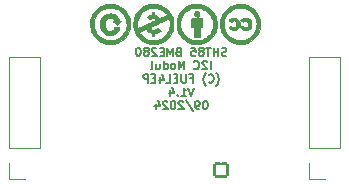
<source format=gbr>
%TF.GenerationSoftware,KiCad,Pcbnew,8.0.5-8.0.5-0~ubuntu22.04.1*%
%TF.CreationDate,2024-09-30T10:34:09+02:00*%
%TF.ProjectId,I2C_Module_SHT85_BME280_FUEL4EP,4932435f-4d6f-4647-956c-655f53485438,V1.4*%
%TF.SameCoordinates,Original*%
%TF.FileFunction,Legend,Bot*%
%TF.FilePolarity,Positive*%
%FSLAX46Y46*%
G04 Gerber Fmt 4.6, Leading zero omitted, Abs format (unit mm)*
G04 Created by KiCad (PCBNEW 8.0.5-8.0.5-0~ubuntu22.04.1) date 2024-09-30 10:34:09*
%MOMM*%
%LPD*%
G01*
G04 APERTURE LIST*
G04 Aperture macros list*
%AMRoundRect*
0 Rectangle with rounded corners*
0 $1 Rounding radius*
0 $2 $3 $4 $5 $6 $7 $8 $9 X,Y pos of 4 corners*
0 Add a 4 corners polygon primitive as box body*
4,1,4,$2,$3,$4,$5,$6,$7,$8,$9,$2,$3,0*
0 Add four circle primitives for the rounded corners*
1,1,$1+$1,$2,$3*
1,1,$1+$1,$4,$5*
1,1,$1+$1,$6,$7*
1,1,$1+$1,$8,$9*
0 Add four rect primitives between the rounded corners*
20,1,$1+$1,$2,$3,$4,$5,0*
20,1,$1+$1,$4,$5,$6,$7,0*
20,1,$1+$1,$6,$7,$8,$9,0*
20,1,$1+$1,$8,$9,$2,$3,0*%
G04 Aperture macros list end*
%ADD10C,0.152400*%
%ADD11C,0.120000*%
%ADD12C,0.010000*%
%ADD13RoundRect,0.102000X0.550000X-0.550000X0.550000X0.550000X-0.550000X0.550000X-0.550000X-0.550000X0*%
%ADD14C,1.304000*%
%ADD15R,1.700000X1.700000*%
%ADD16O,1.700000X1.700000*%
G04 APERTURE END LIST*
D10*
X19581333Y11115347D02*
X19481333Y11082013D01*
X19481333Y11082013D02*
X19314667Y11082013D01*
X19314667Y11082013D02*
X19248000Y11115347D01*
X19248000Y11115347D02*
X19214667Y11148680D01*
X19214667Y11148680D02*
X19181333Y11215347D01*
X19181333Y11215347D02*
X19181333Y11282013D01*
X19181333Y11282013D02*
X19214667Y11348680D01*
X19214667Y11348680D02*
X19248000Y11382013D01*
X19248000Y11382013D02*
X19314667Y11415347D01*
X19314667Y11415347D02*
X19448000Y11448680D01*
X19448000Y11448680D02*
X19514667Y11482013D01*
X19514667Y11482013D02*
X19548000Y11515347D01*
X19548000Y11515347D02*
X19581333Y11582013D01*
X19581333Y11582013D02*
X19581333Y11648680D01*
X19581333Y11648680D02*
X19548000Y11715347D01*
X19548000Y11715347D02*
X19514667Y11748680D01*
X19514667Y11748680D02*
X19448000Y11782013D01*
X19448000Y11782013D02*
X19281333Y11782013D01*
X19281333Y11782013D02*
X19181333Y11748680D01*
X18881333Y11082013D02*
X18881333Y11782013D01*
X18881333Y11448680D02*
X18481333Y11448680D01*
X18481333Y11082013D02*
X18481333Y11782013D01*
X18248000Y11782013D02*
X17848000Y11782013D01*
X18048000Y11082013D02*
X18048000Y11782013D01*
X17514667Y11482013D02*
X17581334Y11515347D01*
X17581334Y11515347D02*
X17614667Y11548680D01*
X17614667Y11548680D02*
X17648000Y11615347D01*
X17648000Y11615347D02*
X17648000Y11648680D01*
X17648000Y11648680D02*
X17614667Y11715347D01*
X17614667Y11715347D02*
X17581334Y11748680D01*
X17581334Y11748680D02*
X17514667Y11782013D01*
X17514667Y11782013D02*
X17381334Y11782013D01*
X17381334Y11782013D02*
X17314667Y11748680D01*
X17314667Y11748680D02*
X17281334Y11715347D01*
X17281334Y11715347D02*
X17248000Y11648680D01*
X17248000Y11648680D02*
X17248000Y11615347D01*
X17248000Y11615347D02*
X17281334Y11548680D01*
X17281334Y11548680D02*
X17314667Y11515347D01*
X17314667Y11515347D02*
X17381334Y11482013D01*
X17381334Y11482013D02*
X17514667Y11482013D01*
X17514667Y11482013D02*
X17581334Y11448680D01*
X17581334Y11448680D02*
X17614667Y11415347D01*
X17614667Y11415347D02*
X17648000Y11348680D01*
X17648000Y11348680D02*
X17648000Y11215347D01*
X17648000Y11215347D02*
X17614667Y11148680D01*
X17614667Y11148680D02*
X17581334Y11115347D01*
X17581334Y11115347D02*
X17514667Y11082013D01*
X17514667Y11082013D02*
X17381334Y11082013D01*
X17381334Y11082013D02*
X17314667Y11115347D01*
X17314667Y11115347D02*
X17281334Y11148680D01*
X17281334Y11148680D02*
X17248000Y11215347D01*
X17248000Y11215347D02*
X17248000Y11348680D01*
X17248000Y11348680D02*
X17281334Y11415347D01*
X17281334Y11415347D02*
X17314667Y11448680D01*
X17314667Y11448680D02*
X17381334Y11482013D01*
X16614667Y11782013D02*
X16948000Y11782013D01*
X16948000Y11782013D02*
X16981333Y11448680D01*
X16981333Y11448680D02*
X16948000Y11482013D01*
X16948000Y11482013D02*
X16881333Y11515347D01*
X16881333Y11515347D02*
X16714667Y11515347D01*
X16714667Y11515347D02*
X16648000Y11482013D01*
X16648000Y11482013D02*
X16614667Y11448680D01*
X16614667Y11448680D02*
X16581333Y11382013D01*
X16581333Y11382013D02*
X16581333Y11215347D01*
X16581333Y11215347D02*
X16614667Y11148680D01*
X16614667Y11148680D02*
X16648000Y11115347D01*
X16648000Y11115347D02*
X16714667Y11082013D01*
X16714667Y11082013D02*
X16881333Y11082013D01*
X16881333Y11082013D02*
X16948000Y11115347D01*
X16948000Y11115347D02*
X16981333Y11148680D01*
X15514667Y11448680D02*
X15414667Y11415347D01*
X15414667Y11415347D02*
X15381333Y11382013D01*
X15381333Y11382013D02*
X15348000Y11315347D01*
X15348000Y11315347D02*
X15348000Y11215347D01*
X15348000Y11215347D02*
X15381333Y11148680D01*
X15381333Y11148680D02*
X15414667Y11115347D01*
X15414667Y11115347D02*
X15481333Y11082013D01*
X15481333Y11082013D02*
X15748000Y11082013D01*
X15748000Y11082013D02*
X15748000Y11782013D01*
X15748000Y11782013D02*
X15514667Y11782013D01*
X15514667Y11782013D02*
X15448000Y11748680D01*
X15448000Y11748680D02*
X15414667Y11715347D01*
X15414667Y11715347D02*
X15381333Y11648680D01*
X15381333Y11648680D02*
X15381333Y11582013D01*
X15381333Y11582013D02*
X15414667Y11515347D01*
X15414667Y11515347D02*
X15448000Y11482013D01*
X15448000Y11482013D02*
X15514667Y11448680D01*
X15514667Y11448680D02*
X15748000Y11448680D01*
X15048000Y11082013D02*
X15048000Y11782013D01*
X15048000Y11782013D02*
X14814667Y11282013D01*
X14814667Y11282013D02*
X14581333Y11782013D01*
X14581333Y11782013D02*
X14581333Y11082013D01*
X14248000Y11448680D02*
X14014667Y11448680D01*
X13914667Y11082013D02*
X14248000Y11082013D01*
X14248000Y11082013D02*
X14248000Y11782013D01*
X14248000Y11782013D02*
X13914667Y11782013D01*
X13648000Y11715347D02*
X13614667Y11748680D01*
X13614667Y11748680D02*
X13548000Y11782013D01*
X13548000Y11782013D02*
X13381334Y11782013D01*
X13381334Y11782013D02*
X13314667Y11748680D01*
X13314667Y11748680D02*
X13281334Y11715347D01*
X13281334Y11715347D02*
X13248000Y11648680D01*
X13248000Y11648680D02*
X13248000Y11582013D01*
X13248000Y11582013D02*
X13281334Y11482013D01*
X13281334Y11482013D02*
X13681334Y11082013D01*
X13681334Y11082013D02*
X13248000Y11082013D01*
X12848000Y11482013D02*
X12914667Y11515347D01*
X12914667Y11515347D02*
X12948000Y11548680D01*
X12948000Y11548680D02*
X12981333Y11615347D01*
X12981333Y11615347D02*
X12981333Y11648680D01*
X12981333Y11648680D02*
X12948000Y11715347D01*
X12948000Y11715347D02*
X12914667Y11748680D01*
X12914667Y11748680D02*
X12848000Y11782013D01*
X12848000Y11782013D02*
X12714667Y11782013D01*
X12714667Y11782013D02*
X12648000Y11748680D01*
X12648000Y11748680D02*
X12614667Y11715347D01*
X12614667Y11715347D02*
X12581333Y11648680D01*
X12581333Y11648680D02*
X12581333Y11615347D01*
X12581333Y11615347D02*
X12614667Y11548680D01*
X12614667Y11548680D02*
X12648000Y11515347D01*
X12648000Y11515347D02*
X12714667Y11482013D01*
X12714667Y11482013D02*
X12848000Y11482013D01*
X12848000Y11482013D02*
X12914667Y11448680D01*
X12914667Y11448680D02*
X12948000Y11415347D01*
X12948000Y11415347D02*
X12981333Y11348680D01*
X12981333Y11348680D02*
X12981333Y11215347D01*
X12981333Y11215347D02*
X12948000Y11148680D01*
X12948000Y11148680D02*
X12914667Y11115347D01*
X12914667Y11115347D02*
X12848000Y11082013D01*
X12848000Y11082013D02*
X12714667Y11082013D01*
X12714667Y11082013D02*
X12648000Y11115347D01*
X12648000Y11115347D02*
X12614667Y11148680D01*
X12614667Y11148680D02*
X12581333Y11215347D01*
X12581333Y11215347D02*
X12581333Y11348680D01*
X12581333Y11348680D02*
X12614667Y11415347D01*
X12614667Y11415347D02*
X12648000Y11448680D01*
X12648000Y11448680D02*
X12714667Y11482013D01*
X12148000Y11782013D02*
X12081333Y11782013D01*
X12081333Y11782013D02*
X12014666Y11748680D01*
X12014666Y11748680D02*
X11981333Y11715347D01*
X11981333Y11715347D02*
X11948000Y11648680D01*
X11948000Y11648680D02*
X11914666Y11515347D01*
X11914666Y11515347D02*
X11914666Y11348680D01*
X11914666Y11348680D02*
X11948000Y11215347D01*
X11948000Y11215347D02*
X11981333Y11148680D01*
X11981333Y11148680D02*
X12014666Y11115347D01*
X12014666Y11115347D02*
X12081333Y11082013D01*
X12081333Y11082013D02*
X12148000Y11082013D01*
X12148000Y11082013D02*
X12214666Y11115347D01*
X12214666Y11115347D02*
X12248000Y11148680D01*
X12248000Y11148680D02*
X12281333Y11215347D01*
X12281333Y11215347D02*
X12314666Y11348680D01*
X12314666Y11348680D02*
X12314666Y11515347D01*
X12314666Y11515347D02*
X12281333Y11648680D01*
X12281333Y11648680D02*
X12248000Y11715347D01*
X12248000Y11715347D02*
X12214666Y11748680D01*
X12214666Y11748680D02*
X12148000Y11782013D01*
X18231332Y9955052D02*
X18231332Y10655052D01*
X17931332Y10588386D02*
X17897999Y10621719D01*
X17897999Y10621719D02*
X17831332Y10655052D01*
X17831332Y10655052D02*
X17664666Y10655052D01*
X17664666Y10655052D02*
X17597999Y10621719D01*
X17597999Y10621719D02*
X17564666Y10588386D01*
X17564666Y10588386D02*
X17531332Y10521719D01*
X17531332Y10521719D02*
X17531332Y10455052D01*
X17531332Y10455052D02*
X17564666Y10355052D01*
X17564666Y10355052D02*
X17964666Y9955052D01*
X17964666Y9955052D02*
X17531332Y9955052D01*
X16831332Y10021719D02*
X16864665Y9988386D01*
X16864665Y9988386D02*
X16964665Y9955052D01*
X16964665Y9955052D02*
X17031332Y9955052D01*
X17031332Y9955052D02*
X17131332Y9988386D01*
X17131332Y9988386D02*
X17197999Y10055052D01*
X17197999Y10055052D02*
X17231332Y10121719D01*
X17231332Y10121719D02*
X17264665Y10255052D01*
X17264665Y10255052D02*
X17264665Y10355052D01*
X17264665Y10355052D02*
X17231332Y10488386D01*
X17231332Y10488386D02*
X17197999Y10555052D01*
X17197999Y10555052D02*
X17131332Y10621719D01*
X17131332Y10621719D02*
X17031332Y10655052D01*
X17031332Y10655052D02*
X16964665Y10655052D01*
X16964665Y10655052D02*
X16864665Y10621719D01*
X16864665Y10621719D02*
X16831332Y10588386D01*
X15997999Y9955052D02*
X15997999Y10655052D01*
X15997999Y10655052D02*
X15764666Y10155052D01*
X15764666Y10155052D02*
X15531332Y10655052D01*
X15531332Y10655052D02*
X15531332Y9955052D01*
X15097999Y9955052D02*
X15164666Y9988386D01*
X15164666Y9988386D02*
X15197999Y10021719D01*
X15197999Y10021719D02*
X15231332Y10088386D01*
X15231332Y10088386D02*
X15231332Y10288386D01*
X15231332Y10288386D02*
X15197999Y10355052D01*
X15197999Y10355052D02*
X15164666Y10388386D01*
X15164666Y10388386D02*
X15097999Y10421719D01*
X15097999Y10421719D02*
X14997999Y10421719D01*
X14997999Y10421719D02*
X14931332Y10388386D01*
X14931332Y10388386D02*
X14897999Y10355052D01*
X14897999Y10355052D02*
X14864666Y10288386D01*
X14864666Y10288386D02*
X14864666Y10088386D01*
X14864666Y10088386D02*
X14897999Y10021719D01*
X14897999Y10021719D02*
X14931332Y9988386D01*
X14931332Y9988386D02*
X14997999Y9955052D01*
X14997999Y9955052D02*
X15097999Y9955052D01*
X14264666Y9955052D02*
X14264666Y10655052D01*
X14264666Y9988386D02*
X14331333Y9955052D01*
X14331333Y9955052D02*
X14464666Y9955052D01*
X14464666Y9955052D02*
X14531333Y9988386D01*
X14531333Y9988386D02*
X14564666Y10021719D01*
X14564666Y10021719D02*
X14597999Y10088386D01*
X14597999Y10088386D02*
X14597999Y10288386D01*
X14597999Y10288386D02*
X14564666Y10355052D01*
X14564666Y10355052D02*
X14531333Y10388386D01*
X14531333Y10388386D02*
X14464666Y10421719D01*
X14464666Y10421719D02*
X14331333Y10421719D01*
X14331333Y10421719D02*
X14264666Y10388386D01*
X13631333Y10421719D02*
X13631333Y9955052D01*
X13931333Y10421719D02*
X13931333Y10055052D01*
X13931333Y10055052D02*
X13898000Y9988386D01*
X13898000Y9988386D02*
X13831333Y9955052D01*
X13831333Y9955052D02*
X13731333Y9955052D01*
X13731333Y9955052D02*
X13664666Y9988386D01*
X13664666Y9988386D02*
X13631333Y10021719D01*
X13198000Y9955052D02*
X13264667Y9988386D01*
X13264667Y9988386D02*
X13298000Y10055052D01*
X13298000Y10055052D02*
X13298000Y10655052D01*
X18731333Y8561425D02*
X18764666Y8594758D01*
X18764666Y8594758D02*
X18831333Y8694758D01*
X18831333Y8694758D02*
X18864666Y8761425D01*
X18864666Y8761425D02*
X18898000Y8861425D01*
X18898000Y8861425D02*
X18931333Y9028091D01*
X18931333Y9028091D02*
X18931333Y9161425D01*
X18931333Y9161425D02*
X18898000Y9328091D01*
X18898000Y9328091D02*
X18864666Y9428091D01*
X18864666Y9428091D02*
X18831333Y9494758D01*
X18831333Y9494758D02*
X18764666Y9594758D01*
X18764666Y9594758D02*
X18731333Y9628091D01*
X18064666Y8894758D02*
X18097999Y8861425D01*
X18097999Y8861425D02*
X18197999Y8828091D01*
X18197999Y8828091D02*
X18264666Y8828091D01*
X18264666Y8828091D02*
X18364666Y8861425D01*
X18364666Y8861425D02*
X18431333Y8928091D01*
X18431333Y8928091D02*
X18464666Y8994758D01*
X18464666Y8994758D02*
X18497999Y9128091D01*
X18497999Y9128091D02*
X18497999Y9228091D01*
X18497999Y9228091D02*
X18464666Y9361425D01*
X18464666Y9361425D02*
X18431333Y9428091D01*
X18431333Y9428091D02*
X18364666Y9494758D01*
X18364666Y9494758D02*
X18264666Y9528091D01*
X18264666Y9528091D02*
X18197999Y9528091D01*
X18197999Y9528091D02*
X18097999Y9494758D01*
X18097999Y9494758D02*
X18064666Y9461425D01*
X17831333Y8561425D02*
X17797999Y8594758D01*
X17797999Y8594758D02*
X17731333Y8694758D01*
X17731333Y8694758D02*
X17697999Y8761425D01*
X17697999Y8761425D02*
X17664666Y8861425D01*
X17664666Y8861425D02*
X17631333Y9028091D01*
X17631333Y9028091D02*
X17631333Y9161425D01*
X17631333Y9161425D02*
X17664666Y9328091D01*
X17664666Y9328091D02*
X17697999Y9428091D01*
X17697999Y9428091D02*
X17731333Y9494758D01*
X17731333Y9494758D02*
X17797999Y9594758D01*
X17797999Y9594758D02*
X17831333Y9628091D01*
X16531333Y9194758D02*
X16764666Y9194758D01*
X16764666Y8828091D02*
X16764666Y9528091D01*
X16764666Y9528091D02*
X16431333Y9528091D01*
X16164666Y9528091D02*
X16164666Y8961425D01*
X16164666Y8961425D02*
X16131333Y8894758D01*
X16131333Y8894758D02*
X16097999Y8861425D01*
X16097999Y8861425D02*
X16031333Y8828091D01*
X16031333Y8828091D02*
X15897999Y8828091D01*
X15897999Y8828091D02*
X15831333Y8861425D01*
X15831333Y8861425D02*
X15797999Y8894758D01*
X15797999Y8894758D02*
X15764666Y8961425D01*
X15764666Y8961425D02*
X15764666Y9528091D01*
X15431333Y9194758D02*
X15198000Y9194758D01*
X15098000Y8828091D02*
X15431333Y8828091D01*
X15431333Y8828091D02*
X15431333Y9528091D01*
X15431333Y9528091D02*
X15098000Y9528091D01*
X14464667Y8828091D02*
X14798000Y8828091D01*
X14798000Y8828091D02*
X14798000Y9528091D01*
X13931333Y9294758D02*
X13931333Y8828091D01*
X14098000Y9561425D02*
X14264666Y9061425D01*
X14264666Y9061425D02*
X13831333Y9061425D01*
X13564666Y9194758D02*
X13331333Y9194758D01*
X13231333Y8828091D02*
X13564666Y8828091D01*
X13564666Y8828091D02*
X13564666Y9528091D01*
X13564666Y9528091D02*
X13231333Y9528091D01*
X12931333Y8828091D02*
X12931333Y9528091D01*
X12931333Y9528091D02*
X12664666Y9528091D01*
X12664666Y9528091D02*
X12598000Y9494758D01*
X12598000Y9494758D02*
X12564666Y9461425D01*
X12564666Y9461425D02*
X12531333Y9394758D01*
X12531333Y9394758D02*
X12531333Y9294758D01*
X12531333Y9294758D02*
X12564666Y9228091D01*
X12564666Y9228091D02*
X12598000Y9194758D01*
X12598000Y9194758D02*
X12664666Y9161425D01*
X12664666Y9161425D02*
X12931333Y9161425D01*
X16814666Y8401130D02*
X16581333Y7701130D01*
X16581333Y7701130D02*
X16347999Y8401130D01*
X15747999Y7701130D02*
X16147999Y7701130D01*
X15947999Y7701130D02*
X15947999Y8401130D01*
X15947999Y8401130D02*
X16014666Y8301130D01*
X16014666Y8301130D02*
X16081333Y8234464D01*
X16081333Y8234464D02*
X16147999Y8201130D01*
X15447999Y7767797D02*
X15414666Y7734464D01*
X15414666Y7734464D02*
X15447999Y7701130D01*
X15447999Y7701130D02*
X15481332Y7734464D01*
X15481332Y7734464D02*
X15447999Y7767797D01*
X15447999Y7767797D02*
X15447999Y7701130D01*
X14814666Y8167797D02*
X14814666Y7701130D01*
X14981333Y8434464D02*
X15147999Y7934464D01*
X15147999Y7934464D02*
X14714666Y7934464D01*
X17814667Y7274169D02*
X17748000Y7274169D01*
X17748000Y7274169D02*
X17681333Y7240836D01*
X17681333Y7240836D02*
X17648000Y7207503D01*
X17648000Y7207503D02*
X17614667Y7140836D01*
X17614667Y7140836D02*
X17581333Y7007503D01*
X17581333Y7007503D02*
X17581333Y6840836D01*
X17581333Y6840836D02*
X17614667Y6707503D01*
X17614667Y6707503D02*
X17648000Y6640836D01*
X17648000Y6640836D02*
X17681333Y6607503D01*
X17681333Y6607503D02*
X17748000Y6574169D01*
X17748000Y6574169D02*
X17814667Y6574169D01*
X17814667Y6574169D02*
X17881333Y6607503D01*
X17881333Y6607503D02*
X17914667Y6640836D01*
X17914667Y6640836D02*
X17948000Y6707503D01*
X17948000Y6707503D02*
X17981333Y6840836D01*
X17981333Y6840836D02*
X17981333Y7007503D01*
X17981333Y7007503D02*
X17948000Y7140836D01*
X17948000Y7140836D02*
X17914667Y7207503D01*
X17914667Y7207503D02*
X17881333Y7240836D01*
X17881333Y7240836D02*
X17814667Y7274169D01*
X17248000Y6574169D02*
X17114666Y6574169D01*
X17114666Y6574169D02*
X17048000Y6607503D01*
X17048000Y6607503D02*
X17014666Y6640836D01*
X17014666Y6640836D02*
X16948000Y6740836D01*
X16948000Y6740836D02*
X16914666Y6874169D01*
X16914666Y6874169D02*
X16914666Y7140836D01*
X16914666Y7140836D02*
X16948000Y7207503D01*
X16948000Y7207503D02*
X16981333Y7240836D01*
X16981333Y7240836D02*
X17048000Y7274169D01*
X17048000Y7274169D02*
X17181333Y7274169D01*
X17181333Y7274169D02*
X17248000Y7240836D01*
X17248000Y7240836D02*
X17281333Y7207503D01*
X17281333Y7207503D02*
X17314666Y7140836D01*
X17314666Y7140836D02*
X17314666Y6974169D01*
X17314666Y6974169D02*
X17281333Y6907503D01*
X17281333Y6907503D02*
X17248000Y6874169D01*
X17248000Y6874169D02*
X17181333Y6840836D01*
X17181333Y6840836D02*
X17048000Y6840836D01*
X17048000Y6840836D02*
X16981333Y6874169D01*
X16981333Y6874169D02*
X16948000Y6907503D01*
X16948000Y6907503D02*
X16914666Y6974169D01*
X16114666Y7307503D02*
X16714666Y6407503D01*
X15914666Y7207503D02*
X15881333Y7240836D01*
X15881333Y7240836D02*
X15814666Y7274169D01*
X15814666Y7274169D02*
X15648000Y7274169D01*
X15648000Y7274169D02*
X15581333Y7240836D01*
X15581333Y7240836D02*
X15548000Y7207503D01*
X15548000Y7207503D02*
X15514666Y7140836D01*
X15514666Y7140836D02*
X15514666Y7074169D01*
X15514666Y7074169D02*
X15548000Y6974169D01*
X15548000Y6974169D02*
X15948000Y6574169D01*
X15948000Y6574169D02*
X15514666Y6574169D01*
X15081333Y7274169D02*
X15014666Y7274169D01*
X15014666Y7274169D02*
X14947999Y7240836D01*
X14947999Y7240836D02*
X14914666Y7207503D01*
X14914666Y7207503D02*
X14881333Y7140836D01*
X14881333Y7140836D02*
X14847999Y7007503D01*
X14847999Y7007503D02*
X14847999Y6840836D01*
X14847999Y6840836D02*
X14881333Y6707503D01*
X14881333Y6707503D02*
X14914666Y6640836D01*
X14914666Y6640836D02*
X14947999Y6607503D01*
X14947999Y6607503D02*
X15014666Y6574169D01*
X15014666Y6574169D02*
X15081333Y6574169D01*
X15081333Y6574169D02*
X15147999Y6607503D01*
X15147999Y6607503D02*
X15181333Y6640836D01*
X15181333Y6640836D02*
X15214666Y6707503D01*
X15214666Y6707503D02*
X15247999Y6840836D01*
X15247999Y6840836D02*
X15247999Y7007503D01*
X15247999Y7007503D02*
X15214666Y7140836D01*
X15214666Y7140836D02*
X15181333Y7207503D01*
X15181333Y7207503D02*
X15147999Y7240836D01*
X15147999Y7240836D02*
X15081333Y7274169D01*
X14581332Y7207503D02*
X14547999Y7240836D01*
X14547999Y7240836D02*
X14481332Y7274169D01*
X14481332Y7274169D02*
X14314666Y7274169D01*
X14314666Y7274169D02*
X14247999Y7240836D01*
X14247999Y7240836D02*
X14214666Y7207503D01*
X14214666Y7207503D02*
X14181332Y7140836D01*
X14181332Y7140836D02*
X14181332Y7074169D01*
X14181332Y7074169D02*
X14214666Y6974169D01*
X14214666Y6974169D02*
X14614666Y6574169D01*
X14614666Y6574169D02*
X14181332Y6574169D01*
X13581332Y7040836D02*
X13581332Y6574169D01*
X13747999Y7307503D02*
X13914665Y6807503D01*
X13914665Y6807503D02*
X13481332Y6807503D01*
D11*
%TO.C,J1*%
X2500000Y670000D02*
X1170000Y670000D01*
X1170000Y670000D02*
X1170000Y2000000D01*
X1170000Y10950000D02*
X1170000Y3270000D01*
X3830000Y3270000D02*
X1170000Y3270000D01*
X3830000Y10950000D02*
X1170000Y10950000D01*
X3830000Y10950000D02*
X3830000Y3270000D01*
%TO.C,J2*%
X27900000Y670000D02*
X26570000Y670000D01*
X26570000Y670000D02*
X26570000Y2000000D01*
X26570000Y10950000D02*
X26570000Y3270000D01*
X29230000Y3270000D02*
X26570000Y3270000D01*
X29230000Y10950000D02*
X26570000Y10950000D01*
X29230000Y10950000D02*
X29230000Y3270000D01*
D12*
%TO.C,LOGO1*%
X22430409Y13695077D02*
X22401776Y13460617D01*
X22341444Y13232552D01*
X22249938Y13015493D01*
X22127783Y12814053D01*
X22092113Y12765736D01*
X21924853Y12574970D01*
X21736853Y12413929D01*
X21528750Y12283029D01*
X21301183Y12182686D01*
X21054786Y12113316D01*
X20921539Y12091437D01*
X20689207Y12081037D01*
X20457219Y12103872D01*
X20229492Y12158313D01*
X20009941Y12242727D01*
X19802485Y12355484D01*
X19611038Y12494952D01*
X19439518Y12659501D01*
X19291842Y12847500D01*
X19251390Y12911073D01*
X19150442Y13112914D01*
X19078168Y13330749D01*
X19034982Y13559389D01*
X19021301Y13793644D01*
X19026560Y13869647D01*
X19331008Y13869647D01*
X19333317Y13655274D01*
X19367890Y13446284D01*
X19433725Y13246389D01*
X19529824Y13059302D01*
X19655184Y12888736D01*
X19808807Y12738403D01*
X19918485Y12657235D01*
X20070059Y12567164D01*
X20229449Y12492542D01*
X20382581Y12440671D01*
X20438876Y12427927D01*
X20591947Y12407936D01*
X20756996Y12403299D01*
X20919230Y12414028D01*
X21063857Y12440133D01*
X21110160Y12453019D01*
X21311670Y12530972D01*
X21501635Y12639558D01*
X21673303Y12774391D01*
X21819925Y12931090D01*
X21877496Y13008720D01*
X21988416Y13198871D01*
X22066092Y13398201D01*
X22110738Y13603462D01*
X22122572Y13811407D01*
X22101809Y14018788D01*
X22048664Y14222356D01*
X21963355Y14418865D01*
X21846097Y14605066D01*
X21697106Y14777712D01*
X21648782Y14823834D01*
X21474208Y14959049D01*
X21283454Y15062450D01*
X21079153Y15133056D01*
X20863940Y15169882D01*
X20640447Y15171946D01*
X20515449Y15158743D01*
X20301537Y15111404D01*
X20105355Y15033195D01*
X19924396Y14923003D01*
X19756151Y14779714D01*
X19704267Y14726713D01*
X19576239Y14572571D01*
X19477973Y14412176D01*
X19404746Y14238252D01*
X19361961Y14085689D01*
X19331008Y13869647D01*
X19026560Y13869647D01*
X19037539Y14028325D01*
X19084110Y14258242D01*
X19161431Y14478206D01*
X19168245Y14493624D01*
X19280104Y14699692D01*
X19421776Y14889031D01*
X19589534Y15058324D01*
X19779651Y15204256D01*
X19988400Y15323512D01*
X20212053Y15412777D01*
X20251275Y15424538D01*
X20449548Y15465688D01*
X20662613Y15483539D01*
X20879843Y15478229D01*
X21090616Y15449898D01*
X21284305Y15398686D01*
X21292187Y15395945D01*
X21511427Y15300196D01*
X21715054Y15173451D01*
X21899913Y15018727D01*
X22062852Y14839041D01*
X22200716Y14637412D01*
X22310352Y14416857D01*
X22320859Y14390721D01*
X22390476Y14164741D01*
X22426817Y13931323D01*
X22428641Y13811407D01*
X22430409Y13695077D01*
G36*
X22430409Y13695077D02*
G01*
X22401776Y13460617D01*
X22341444Y13232552D01*
X22249938Y13015493D01*
X22127783Y12814053D01*
X22092113Y12765736D01*
X21924853Y12574970D01*
X21736853Y12413929D01*
X21528750Y12283029D01*
X21301183Y12182686D01*
X21054786Y12113316D01*
X20921539Y12091437D01*
X20689207Y12081037D01*
X20457219Y12103872D01*
X20229492Y12158313D01*
X20009941Y12242727D01*
X19802485Y12355484D01*
X19611038Y12494952D01*
X19439518Y12659501D01*
X19291842Y12847500D01*
X19251390Y12911073D01*
X19150442Y13112914D01*
X19078168Y13330749D01*
X19034982Y13559389D01*
X19021301Y13793644D01*
X19026560Y13869647D01*
X19331008Y13869647D01*
X19333317Y13655274D01*
X19367890Y13446284D01*
X19433725Y13246389D01*
X19529824Y13059302D01*
X19655184Y12888736D01*
X19808807Y12738403D01*
X19918485Y12657235D01*
X20070059Y12567164D01*
X20229449Y12492542D01*
X20382581Y12440671D01*
X20438876Y12427927D01*
X20591947Y12407936D01*
X20756996Y12403299D01*
X20919230Y12414028D01*
X21063857Y12440133D01*
X21110160Y12453019D01*
X21311670Y12530972D01*
X21501635Y12639558D01*
X21673303Y12774391D01*
X21819925Y12931090D01*
X21877496Y13008720D01*
X21988416Y13198871D01*
X22066092Y13398201D01*
X22110738Y13603462D01*
X22122572Y13811407D01*
X22101809Y14018788D01*
X22048664Y14222356D01*
X21963355Y14418865D01*
X21846097Y14605066D01*
X21697106Y14777712D01*
X21648782Y14823834D01*
X21474208Y14959049D01*
X21283454Y15062450D01*
X21079153Y15133056D01*
X20863940Y15169882D01*
X20640447Y15171946D01*
X20515449Y15158743D01*
X20301537Y15111404D01*
X20105355Y15033195D01*
X19924396Y14923003D01*
X19756151Y14779714D01*
X19704267Y14726713D01*
X19576239Y14572571D01*
X19477973Y14412176D01*
X19404746Y14238252D01*
X19361961Y14085689D01*
X19331008Y13869647D01*
X19026560Y13869647D01*
X19037539Y14028325D01*
X19084110Y14258242D01*
X19161431Y14478206D01*
X19168245Y14493624D01*
X19280104Y14699692D01*
X19421776Y14889031D01*
X19589534Y15058324D01*
X19779651Y15204256D01*
X19988400Y15323512D01*
X20212053Y15412777D01*
X20251275Y15424538D01*
X20449548Y15465688D01*
X20662613Y15483539D01*
X20879843Y15478229D01*
X21090616Y15449898D01*
X21284305Y15398686D01*
X21292187Y15395945D01*
X21511427Y15300196D01*
X21715054Y15173451D01*
X21899913Y15018727D01*
X22062852Y14839041D01*
X22200716Y14637412D01*
X22310352Y14416857D01*
X22320859Y14390721D01*
X22390476Y14164741D01*
X22426817Y13931323D01*
X22428641Y13811407D01*
X22430409Y13695077D01*
G37*
X18759754Y13770325D02*
X18754317Y13626119D01*
X18741917Y13493273D01*
X18722731Y13383711D01*
X18666197Y13196259D01*
X18572870Y12991078D01*
X18448286Y12798494D01*
X18290044Y12614236D01*
X18185147Y12512679D01*
X17999209Y12364751D01*
X17802754Y12248934D01*
X17591131Y12162672D01*
X17359685Y12103412D01*
X17290505Y12093564D01*
X17171241Y12085830D01*
X17037834Y12085003D01*
X16902780Y12090765D01*
X16778577Y12102798D01*
X16677722Y12120783D01*
X16481457Y12180458D01*
X16255784Y12282074D01*
X16046204Y12415694D01*
X15850780Y12582400D01*
X15701523Y12745295D01*
X15570740Y12933700D01*
X15470871Y13137480D01*
X15399515Y13360775D01*
X15387849Y13414638D01*
X15367432Y13564943D01*
X15358435Y13731790D01*
X15359144Y13781857D01*
X15668125Y13781857D01*
X15670159Y13677658D01*
X15681035Y13543930D01*
X15703582Y13425441D01*
X15740362Y13310046D01*
X15793937Y13185597D01*
X15881153Y13032464D01*
X16008003Y12870816D01*
X16159259Y12725829D01*
X16329039Y12602344D01*
X16511461Y12505204D01*
X16700643Y12439249D01*
X16862769Y12408145D01*
X17078685Y12395880D01*
X17292990Y12415027D01*
X17496932Y12465301D01*
X17612813Y12508558D01*
X17716587Y12558836D01*
X17817706Y12622202D01*
X17929246Y12705934D01*
X17956456Y12728154D01*
X18113454Y12882233D01*
X18244823Y13058270D01*
X18347204Y13251107D01*
X18417241Y13455587D01*
X18423128Y13480571D01*
X18444215Y13621345D01*
X18451167Y13777393D01*
X18444404Y13936375D01*
X18424347Y14085953D01*
X18391415Y14213789D01*
X18387424Y14225093D01*
X18301764Y14415039D01*
X18187102Y14593426D01*
X18048183Y14755386D01*
X17889753Y14896050D01*
X17716559Y15010550D01*
X17533345Y15094018D01*
X17476007Y15113013D01*
X17258577Y15161389D01*
X17037434Y15174956D01*
X16816631Y15154014D01*
X16600218Y15098860D01*
X16392250Y15009794D01*
X16324943Y14971551D01*
X16247690Y14918049D01*
X16166642Y14850032D01*
X16072654Y14760361D01*
X15996517Y14682857D01*
X15938448Y14617893D01*
X15893441Y14558067D01*
X15854333Y14493833D01*
X15813960Y14415647D01*
X15807975Y14403408D01*
X15749572Y14274491D01*
X15709301Y14160547D01*
X15684246Y14048906D01*
X15671493Y13926899D01*
X15668125Y13781857D01*
X15359144Y13781857D01*
X15360853Y13902480D01*
X15374681Y14064319D01*
X15399912Y14204610D01*
X15451024Y14372727D01*
X15549774Y14593329D01*
X15678970Y14797087D01*
X15836370Y14981093D01*
X16019738Y15142441D01*
X16226833Y15278224D01*
X16419769Y15368814D01*
X16643079Y15437746D01*
X16876143Y15476260D01*
X17113514Y15484202D01*
X17349742Y15461415D01*
X17579379Y15407745D01*
X17796978Y15323035D01*
X17909069Y15264024D01*
X18107847Y15129863D01*
X18286142Y14969705D01*
X18440928Y14787354D01*
X18569181Y14586611D01*
X18667876Y14371279D01*
X18733989Y14145158D01*
X18749036Y14045120D01*
X18758052Y13913967D01*
X18759671Y13777393D01*
X18759754Y13770325D01*
G36*
X18759754Y13770325D02*
G01*
X18754317Y13626119D01*
X18741917Y13493273D01*
X18722731Y13383711D01*
X18666197Y13196259D01*
X18572870Y12991078D01*
X18448286Y12798494D01*
X18290044Y12614236D01*
X18185147Y12512679D01*
X17999209Y12364751D01*
X17802754Y12248934D01*
X17591131Y12162672D01*
X17359685Y12103412D01*
X17290505Y12093564D01*
X17171241Y12085830D01*
X17037834Y12085003D01*
X16902780Y12090765D01*
X16778577Y12102798D01*
X16677722Y12120783D01*
X16481457Y12180458D01*
X16255784Y12282074D01*
X16046204Y12415694D01*
X15850780Y12582400D01*
X15701523Y12745295D01*
X15570740Y12933700D01*
X15470871Y13137480D01*
X15399515Y13360775D01*
X15387849Y13414638D01*
X15367432Y13564943D01*
X15358435Y13731790D01*
X15359144Y13781857D01*
X15668125Y13781857D01*
X15670159Y13677658D01*
X15681035Y13543930D01*
X15703582Y13425441D01*
X15740362Y13310046D01*
X15793937Y13185597D01*
X15881153Y13032464D01*
X16008003Y12870816D01*
X16159259Y12725829D01*
X16329039Y12602344D01*
X16511461Y12505204D01*
X16700643Y12439249D01*
X16862769Y12408145D01*
X17078685Y12395880D01*
X17292990Y12415027D01*
X17496932Y12465301D01*
X17612813Y12508558D01*
X17716587Y12558836D01*
X17817706Y12622202D01*
X17929246Y12705934D01*
X17956456Y12728154D01*
X18113454Y12882233D01*
X18244823Y13058270D01*
X18347204Y13251107D01*
X18417241Y13455587D01*
X18423128Y13480571D01*
X18444215Y13621345D01*
X18451167Y13777393D01*
X18444404Y13936375D01*
X18424347Y14085953D01*
X18391415Y14213789D01*
X18387424Y14225093D01*
X18301764Y14415039D01*
X18187102Y14593426D01*
X18048183Y14755386D01*
X17889753Y14896050D01*
X17716559Y15010550D01*
X17533345Y15094018D01*
X17476007Y15113013D01*
X17258577Y15161389D01*
X17037434Y15174956D01*
X16816631Y15154014D01*
X16600218Y15098860D01*
X16392250Y15009794D01*
X16324943Y14971551D01*
X16247690Y14918049D01*
X16166642Y14850032D01*
X16072654Y14760361D01*
X15996517Y14682857D01*
X15938448Y14617893D01*
X15893441Y14558067D01*
X15854333Y14493833D01*
X15813960Y14415647D01*
X15807975Y14403408D01*
X15749572Y14274491D01*
X15709301Y14160547D01*
X15684246Y14048906D01*
X15671493Y13926899D01*
X15668125Y13781857D01*
X15359144Y13781857D01*
X15360853Y13902480D01*
X15374681Y14064319D01*
X15399912Y14204610D01*
X15451024Y14372727D01*
X15549774Y14593329D01*
X15678970Y14797087D01*
X15836370Y14981093D01*
X16019738Y15142441D01*
X16226833Y15278224D01*
X16419769Y15368814D01*
X16643079Y15437746D01*
X16876143Y15476260D01*
X17113514Y15484202D01*
X17349742Y15461415D01*
X17579379Y15407745D01*
X17796978Y15323035D01*
X17909069Y15264024D01*
X18107847Y15129863D01*
X18286142Y14969705D01*
X18440928Y14787354D01*
X18569181Y14586611D01*
X18667876Y14371279D01*
X18733989Y14145158D01*
X18749036Y14045120D01*
X18758052Y13913967D01*
X18759671Y13777393D01*
X18759754Y13770325D01*
G37*
X14955731Y14486021D02*
X15026013Y14294986D01*
X15069955Y14088086D01*
X15089984Y13858632D01*
X15090327Y13849056D01*
X15091391Y13787347D01*
X15092817Y13704610D01*
X15088227Y13584195D01*
X15075240Y13476670D01*
X15052542Y13370890D01*
X15018817Y13255714D01*
X14948692Y13077426D01*
X14835378Y12874547D01*
X14694020Y12687542D01*
X14528369Y12519679D01*
X14342176Y12374226D01*
X14139193Y12254450D01*
X13923169Y12163619D01*
X13697857Y12105000D01*
X13538262Y12084621D01*
X13302059Y12082744D01*
X13064989Y12112474D01*
X12835724Y12173124D01*
X12705117Y12223351D01*
X12528135Y12313749D01*
X12360822Y12428851D01*
X12194556Y12574048D01*
X12189904Y12578532D01*
X12029616Y12753698D01*
X11902282Y12938850D01*
X11832402Y13082579D01*
X12183693Y13082579D01*
X12207568Y13035785D01*
X12252539Y12973332D01*
X12315663Y12899332D01*
X12393995Y12817895D01*
X12396648Y12815283D01*
X12531326Y12693738D01*
X12664386Y12598399D01*
X12807548Y12521957D01*
X12972535Y12457103D01*
X13007764Y12445913D01*
X13069111Y12431206D01*
X13139579Y12421127D01*
X13228217Y12414538D01*
X13344072Y12410299D01*
X13452452Y12408818D01*
X13577948Y12412885D01*
X13684907Y12425810D01*
X13783375Y12449556D01*
X13883396Y12486081D01*
X13995015Y12537346D01*
X14032274Y12556239D01*
X14225274Y12676601D01*
X14392369Y12822255D01*
X14534253Y12993895D01*
X14651621Y13192214D01*
X14702522Y13305357D01*
X14750672Y13454589D01*
X14777568Y13610972D01*
X14786114Y13787347D01*
X14786026Y13803139D01*
X14782101Y13891544D01*
X14773288Y13983325D01*
X14760877Y14070558D01*
X14746154Y14145314D01*
X14730406Y14199671D01*
X14714921Y14225700D01*
X14714554Y14225775D01*
X14693369Y14218906D01*
X14643495Y14199240D01*
X14569020Y14168552D01*
X14474031Y14128618D01*
X14362615Y14081213D01*
X14238860Y14028113D01*
X14106855Y13971093D01*
X13970685Y13911929D01*
X13834440Y13852397D01*
X13702207Y13794272D01*
X13578074Y13739330D01*
X13466127Y13689346D01*
X13370455Y13646095D01*
X13295145Y13611354D01*
X13244286Y13586898D01*
X13220677Y13574395D01*
X13193860Y13552487D01*
X13182891Y13520870D01*
X13180786Y13466280D01*
X13180786Y13465263D01*
X13184294Y13407233D01*
X13198228Y13370939D01*
X13227917Y13342371D01*
X13280592Y13317618D01*
X13362174Y13306343D01*
X13455703Y13312921D01*
X13551567Y13335738D01*
X13640156Y13373180D01*
X13711860Y13423633D01*
X13753529Y13462778D01*
X13874149Y13342159D01*
X13994769Y13221539D01*
X13950634Y13184403D01*
X13886539Y13139317D01*
X13788090Y13088186D01*
X13683325Y13048560D01*
X13588334Y13027411D01*
X13481642Y13015340D01*
X13471072Y12756786D01*
X13275747Y12756786D01*
X13273624Y12882546D01*
X13271500Y13008306D01*
X13185792Y13030225D01*
X13067069Y13073825D01*
X12960592Y13141383D01*
X12878131Y13226762D01*
X12825300Y13325365D01*
X12823542Y13330274D01*
X12806537Y13367469D01*
X12792653Y13382714D01*
X12771091Y13375648D01*
X12723151Y13356208D01*
X12655484Y13327354D01*
X12574700Y13292045D01*
X12487405Y13253242D01*
X12400208Y13213903D01*
X12319718Y13176988D01*
X12252543Y13145456D01*
X12205290Y13122268D01*
X12184569Y13110381D01*
X12183858Y13109604D01*
X12183693Y13082579D01*
X11832402Y13082579D01*
X11804977Y13138986D01*
X11734772Y13359104D01*
X11724545Y13405016D01*
X11702830Y13556650D01*
X11693034Y13725358D01*
X11694288Y13827907D01*
X11997473Y13827907D01*
X11999989Y13649265D01*
X12022171Y13487036D01*
X12035258Y13452817D01*
X12053508Y13437531D01*
X12054351Y13437651D01*
X12078909Y13446612D01*
X12131911Y13468502D01*
X12209250Y13501492D01*
X12306816Y13543752D01*
X12420499Y13593453D01*
X12546191Y13648764D01*
X12679782Y13707858D01*
X12817163Y13768904D01*
X12954225Y13830073D01*
X13086858Y13889536D01*
X13210954Y13945462D01*
X13322404Y13996024D01*
X13417097Y14039390D01*
X13490925Y14073733D01*
X13539780Y14097221D01*
X13559550Y14108027D01*
X13567080Y14130936D01*
X13563440Y14171796D01*
X13541866Y14211481D01*
X13490805Y14246104D01*
X13419078Y14264512D01*
X13333525Y14265989D01*
X13240987Y14249818D01*
X13148304Y14215283D01*
X13062379Y14173537D01*
X12843617Y14389643D01*
X12893615Y14429703D01*
X12900416Y14434867D01*
X12960686Y14469466D01*
X13041556Y14503976D01*
X13129886Y14533338D01*
X13212536Y14552492D01*
X13280572Y14563644D01*
X13280572Y14816000D01*
X13480143Y14816000D01*
X13480143Y14689346D01*
X13480231Y14655343D01*
X13482150Y14602453D01*
X13489003Y14573300D01*
X13503921Y14559245D01*
X13530036Y14551645D01*
X13590204Y14536222D01*
X13717212Y14485016D01*
X13813521Y14415262D01*
X13878740Y14327213D01*
X13915466Y14255224D01*
X14119626Y14346080D01*
X14195024Y14379548D01*
X14288871Y14421009D01*
X14373509Y14458202D01*
X14436978Y14485861D01*
X14437456Y14486068D01*
X14494278Y14513385D01*
X14534834Y14538069D01*
X14550370Y14554798D01*
X14537662Y14582075D01*
X14502369Y14627246D01*
X14449972Y14684813D01*
X14385956Y14749424D01*
X14315806Y14815730D01*
X14245006Y14878380D01*
X14179043Y14932024D01*
X14123399Y14971312D01*
X14094134Y14989011D01*
X13901339Y15081978D01*
X13695585Y15144119D01*
X13482437Y15174978D01*
X13267457Y15174100D01*
X13056208Y15141028D01*
X12854252Y15075307D01*
X12694805Y14993762D01*
X12529478Y14877488D01*
X12378527Y14738372D01*
X12247428Y14582210D01*
X12141659Y14414798D01*
X12066697Y14241931D01*
X12048247Y14180230D01*
X12013826Y14009412D01*
X11997473Y13827907D01*
X11694288Y13827907D01*
X11695149Y13898346D01*
X11709172Y14062819D01*
X11735098Y14205983D01*
X11746903Y14250855D01*
X11829330Y14481233D01*
X11943435Y14695326D01*
X12087523Y14890769D01*
X12259901Y15065197D01*
X12458874Y15216245D01*
X12562162Y15277988D01*
X12773759Y15373957D01*
X13000036Y15440843D01*
X13235503Y15477952D01*
X13474671Y15484590D01*
X13712051Y15460064D01*
X13942154Y15403681D01*
X14058511Y15359483D01*
X14242682Y15264061D01*
X14421717Y15141616D01*
X14588261Y14997408D01*
X14734957Y14836698D01*
X14856681Y14667877D01*
X14918271Y14554798D01*
X14955731Y14486021D01*
G36*
X14955731Y14486021D02*
G01*
X15026013Y14294986D01*
X15069955Y14088086D01*
X15089984Y13858632D01*
X15090327Y13849056D01*
X15091391Y13787347D01*
X15092817Y13704610D01*
X15088227Y13584195D01*
X15075240Y13476670D01*
X15052542Y13370890D01*
X15018817Y13255714D01*
X14948692Y13077426D01*
X14835378Y12874547D01*
X14694020Y12687542D01*
X14528369Y12519679D01*
X14342176Y12374226D01*
X14139193Y12254450D01*
X13923169Y12163619D01*
X13697857Y12105000D01*
X13538262Y12084621D01*
X13302059Y12082744D01*
X13064989Y12112474D01*
X12835724Y12173124D01*
X12705117Y12223351D01*
X12528135Y12313749D01*
X12360822Y12428851D01*
X12194556Y12574048D01*
X12189904Y12578532D01*
X12029616Y12753698D01*
X11902282Y12938850D01*
X11832402Y13082579D01*
X12183693Y13082579D01*
X12207568Y13035785D01*
X12252539Y12973332D01*
X12315663Y12899332D01*
X12393995Y12817895D01*
X12396648Y12815283D01*
X12531326Y12693738D01*
X12664386Y12598399D01*
X12807548Y12521957D01*
X12972535Y12457103D01*
X13007764Y12445913D01*
X13069111Y12431206D01*
X13139579Y12421127D01*
X13228217Y12414538D01*
X13344072Y12410299D01*
X13452452Y12408818D01*
X13577948Y12412885D01*
X13684907Y12425810D01*
X13783375Y12449556D01*
X13883396Y12486081D01*
X13995015Y12537346D01*
X14032274Y12556239D01*
X14225274Y12676601D01*
X14392369Y12822255D01*
X14534253Y12993895D01*
X14651621Y13192214D01*
X14702522Y13305357D01*
X14750672Y13454589D01*
X14777568Y13610972D01*
X14786114Y13787347D01*
X14786026Y13803139D01*
X14782101Y13891544D01*
X14773288Y13983325D01*
X14760877Y14070558D01*
X14746154Y14145314D01*
X14730406Y14199671D01*
X14714921Y14225700D01*
X14714554Y14225775D01*
X14693369Y14218906D01*
X14643495Y14199240D01*
X14569020Y14168552D01*
X14474031Y14128618D01*
X14362615Y14081213D01*
X14238860Y14028113D01*
X14106855Y13971093D01*
X13970685Y13911929D01*
X13834440Y13852397D01*
X13702207Y13794272D01*
X13578074Y13739330D01*
X13466127Y13689346D01*
X13370455Y13646095D01*
X13295145Y13611354D01*
X13244286Y13586898D01*
X13220677Y13574395D01*
X13193860Y13552487D01*
X13182891Y13520870D01*
X13180786Y13466280D01*
X13180786Y13465263D01*
X13184294Y13407233D01*
X13198228Y13370939D01*
X13227917Y13342371D01*
X13280592Y13317618D01*
X13362174Y13306343D01*
X13455703Y13312921D01*
X13551567Y13335738D01*
X13640156Y13373180D01*
X13711860Y13423633D01*
X13753529Y13462778D01*
X13874149Y13342159D01*
X13994769Y13221539D01*
X13950634Y13184403D01*
X13886539Y13139317D01*
X13788090Y13088186D01*
X13683325Y13048560D01*
X13588334Y13027411D01*
X13481642Y13015340D01*
X13471072Y12756786D01*
X13275747Y12756786D01*
X13273624Y12882546D01*
X13271500Y13008306D01*
X13185792Y13030225D01*
X13067069Y13073825D01*
X12960592Y13141383D01*
X12878131Y13226762D01*
X12825300Y13325365D01*
X12823542Y13330274D01*
X12806537Y13367469D01*
X12792653Y13382714D01*
X12771091Y13375648D01*
X12723151Y13356208D01*
X12655484Y13327354D01*
X12574700Y13292045D01*
X12487405Y13253242D01*
X12400208Y13213903D01*
X12319718Y13176988D01*
X12252543Y13145456D01*
X12205290Y13122268D01*
X12184569Y13110381D01*
X12183858Y13109604D01*
X12183693Y13082579D01*
X11832402Y13082579D01*
X11804977Y13138986D01*
X11734772Y13359104D01*
X11724545Y13405016D01*
X11702830Y13556650D01*
X11693034Y13725358D01*
X11694288Y13827907D01*
X11997473Y13827907D01*
X11999989Y13649265D01*
X12022171Y13487036D01*
X12035258Y13452817D01*
X12053508Y13437531D01*
X12054351Y13437651D01*
X12078909Y13446612D01*
X12131911Y13468502D01*
X12209250Y13501492D01*
X12306816Y13543752D01*
X12420499Y13593453D01*
X12546191Y13648764D01*
X12679782Y13707858D01*
X12817163Y13768904D01*
X12954225Y13830073D01*
X13086858Y13889536D01*
X13210954Y13945462D01*
X13322404Y13996024D01*
X13417097Y14039390D01*
X13490925Y14073733D01*
X13539780Y14097221D01*
X13559550Y14108027D01*
X13567080Y14130936D01*
X13563440Y14171796D01*
X13541866Y14211481D01*
X13490805Y14246104D01*
X13419078Y14264512D01*
X13333525Y14265989D01*
X13240987Y14249818D01*
X13148304Y14215283D01*
X13062379Y14173537D01*
X12843617Y14389643D01*
X12893615Y14429703D01*
X12900416Y14434867D01*
X12960686Y14469466D01*
X13041556Y14503976D01*
X13129886Y14533338D01*
X13212536Y14552492D01*
X13280572Y14563644D01*
X13280572Y14816000D01*
X13480143Y14816000D01*
X13480143Y14689346D01*
X13480231Y14655343D01*
X13482150Y14602453D01*
X13489003Y14573300D01*
X13503921Y14559245D01*
X13530036Y14551645D01*
X13590204Y14536222D01*
X13717212Y14485016D01*
X13813521Y14415262D01*
X13878740Y14327213D01*
X13915466Y14255224D01*
X14119626Y14346080D01*
X14195024Y14379548D01*
X14288871Y14421009D01*
X14373509Y14458202D01*
X14436978Y14485861D01*
X14437456Y14486068D01*
X14494278Y14513385D01*
X14534834Y14538069D01*
X14550370Y14554798D01*
X14537662Y14582075D01*
X14502369Y14627246D01*
X14449972Y14684813D01*
X14385956Y14749424D01*
X14315806Y14815730D01*
X14245006Y14878380D01*
X14179043Y14932024D01*
X14123399Y14971312D01*
X14094134Y14989011D01*
X13901339Y15081978D01*
X13695585Y15144119D01*
X13482437Y15174978D01*
X13267457Y15174100D01*
X13056208Y15141028D01*
X12854252Y15075307D01*
X12694805Y14993762D01*
X12529478Y14877488D01*
X12378527Y14738372D01*
X12247428Y14582210D01*
X12141659Y14414798D01*
X12066697Y14241931D01*
X12048247Y14180230D01*
X12013826Y14009412D01*
X11997473Y13827907D01*
X11694288Y13827907D01*
X11695149Y13898346D01*
X11709172Y14062819D01*
X11735098Y14205983D01*
X11746903Y14250855D01*
X11829330Y14481233D01*
X11943435Y14695326D01*
X12087523Y14890769D01*
X12259901Y15065197D01*
X12458874Y15216245D01*
X12562162Y15277988D01*
X12773759Y15373957D01*
X13000036Y15440843D01*
X13235503Y15477952D01*
X13474671Y15484590D01*
X13712051Y15460064D01*
X13942154Y15403681D01*
X14058511Y15359483D01*
X14242682Y15264061D01*
X14421717Y15141616D01*
X14588261Y14997408D01*
X14734957Y14836698D01*
X14856681Y14667877D01*
X14918271Y14554798D01*
X14955731Y14486021D01*
G37*
X11430000Y13777760D02*
X11429089Y13718870D01*
X11404270Y13472411D01*
X11345709Y13239121D01*
X11253632Y13019569D01*
X11128265Y12814322D01*
X10969835Y12623946D01*
X10891194Y12545722D01*
X10706819Y12392356D01*
X10510912Y12270978D01*
X10298513Y12178789D01*
X10064660Y12112988D01*
X10007783Y12102267D01*
X9839739Y12085121D01*
X9658223Y12084276D01*
X9476846Y12099422D01*
X9309218Y12130247D01*
X9204427Y12160218D01*
X8989345Y12247385D01*
X8784429Y12364275D01*
X8595614Y12506691D01*
X8428835Y12670432D01*
X8290024Y12851302D01*
X8248260Y12919049D01*
X8146670Y13127847D01*
X8075069Y13349856D01*
X8033492Y13580318D01*
X8021971Y13814479D01*
X8027478Y13883619D01*
X8332957Y13883619D01*
X8335689Y13672655D01*
X8367184Y13464351D01*
X8426438Y13266341D01*
X8512448Y13086261D01*
X8551206Y13024883D01*
X8677551Y12866335D01*
X8829565Y12723321D01*
X9000378Y12601018D01*
X9183122Y12504601D01*
X9370929Y12439249D01*
X9413797Y12429249D01*
X9575222Y12404781D01*
X9744650Y12396321D01*
X9902501Y12405128D01*
X9923211Y12407847D01*
X10129302Y12454374D01*
X10325502Y12533100D01*
X10508245Y12640759D01*
X10673967Y12774082D01*
X10819103Y12929800D01*
X10940087Y13104645D01*
X11033355Y13295350D01*
X11095341Y13498645D01*
X11101280Y13529329D01*
X11115242Y13653146D01*
X11118746Y13792047D01*
X11112244Y13933449D01*
X11096189Y14064774D01*
X11071035Y14173438D01*
X11062820Y14198441D01*
X10977292Y14396828D01*
X10861495Y14582938D01*
X10719951Y14751294D01*
X10557183Y14896421D01*
X10377715Y15012842D01*
X10344731Y15030173D01*
X10199749Y15094820D01*
X10055752Y15137577D01*
X9901205Y15161192D01*
X9724572Y15168413D01*
X9715576Y15168400D01*
X9571368Y15164183D01*
X9449557Y15150436D01*
X9337540Y15124260D01*
X9222715Y15082756D01*
X9092481Y15023027D01*
X8977608Y14958496D01*
X8812040Y14834507D01*
X8664184Y14685598D01*
X8538666Y14517408D01*
X8440107Y14335577D01*
X8373134Y14145744D01*
X8359993Y14089610D01*
X8332957Y13883619D01*
X8027478Y13883619D01*
X8040539Y14047583D01*
X8089231Y14274874D01*
X8168079Y14491595D01*
X8277117Y14692993D01*
X8408055Y14870844D01*
X8576704Y15046777D01*
X8765393Y15195684D01*
X8970738Y15314938D01*
X9189357Y15401909D01*
X9324011Y15438490D01*
X9569158Y15477935D01*
X9812193Y15483227D01*
X10050101Y15455259D01*
X10279871Y15394925D01*
X10498488Y15303119D01*
X10702942Y15180734D01*
X10890217Y15028665D01*
X11057303Y14847804D01*
X11188604Y14663645D01*
X11296570Y14460866D01*
X11371745Y14248631D01*
X11415698Y14022432D01*
X11429165Y13792047D01*
X11430000Y13777760D01*
G36*
X11430000Y13777760D02*
G01*
X11429089Y13718870D01*
X11404270Y13472411D01*
X11345709Y13239121D01*
X11253632Y13019569D01*
X11128265Y12814322D01*
X10969835Y12623946D01*
X10891194Y12545722D01*
X10706819Y12392356D01*
X10510912Y12270978D01*
X10298513Y12178789D01*
X10064660Y12112988D01*
X10007783Y12102267D01*
X9839739Y12085121D01*
X9658223Y12084276D01*
X9476846Y12099422D01*
X9309218Y12130247D01*
X9204427Y12160218D01*
X8989345Y12247385D01*
X8784429Y12364275D01*
X8595614Y12506691D01*
X8428835Y12670432D01*
X8290024Y12851302D01*
X8248260Y12919049D01*
X8146670Y13127847D01*
X8075069Y13349856D01*
X8033492Y13580318D01*
X8021971Y13814479D01*
X8027478Y13883619D01*
X8332957Y13883619D01*
X8335689Y13672655D01*
X8367184Y13464351D01*
X8426438Y13266341D01*
X8512448Y13086261D01*
X8551206Y13024883D01*
X8677551Y12866335D01*
X8829565Y12723321D01*
X9000378Y12601018D01*
X9183122Y12504601D01*
X9370929Y12439249D01*
X9413797Y12429249D01*
X9575222Y12404781D01*
X9744650Y12396321D01*
X9902501Y12405128D01*
X9923211Y12407847D01*
X10129302Y12454374D01*
X10325502Y12533100D01*
X10508245Y12640759D01*
X10673967Y12774082D01*
X10819103Y12929800D01*
X10940087Y13104645D01*
X11033355Y13295350D01*
X11095341Y13498645D01*
X11101280Y13529329D01*
X11115242Y13653146D01*
X11118746Y13792047D01*
X11112244Y13933449D01*
X11096189Y14064774D01*
X11071035Y14173438D01*
X11062820Y14198441D01*
X10977292Y14396828D01*
X10861495Y14582938D01*
X10719951Y14751294D01*
X10557183Y14896421D01*
X10377715Y15012842D01*
X10344731Y15030173D01*
X10199749Y15094820D01*
X10055752Y15137577D01*
X9901205Y15161192D01*
X9724572Y15168413D01*
X9715576Y15168400D01*
X9571368Y15164183D01*
X9449557Y15150436D01*
X9337540Y15124260D01*
X9222715Y15082756D01*
X9092481Y15023027D01*
X8977608Y14958496D01*
X8812040Y14834507D01*
X8664184Y14685598D01*
X8538666Y14517408D01*
X8440107Y14335577D01*
X8373134Y14145744D01*
X8359993Y14089610D01*
X8332957Y13883619D01*
X8027478Y13883619D01*
X8040539Y14047583D01*
X8089231Y14274874D01*
X8168079Y14491595D01*
X8277117Y14692993D01*
X8408055Y14870844D01*
X8576704Y15046777D01*
X8765393Y15195684D01*
X8970738Y15314938D01*
X9189357Y15401909D01*
X9324011Y15438490D01*
X9569158Y15477935D01*
X9812193Y15483227D01*
X10050101Y15455259D01*
X10279871Y15394925D01*
X10498488Y15303119D01*
X10702942Y15180734D01*
X10890217Y15028665D01*
X11057303Y14847804D01*
X11188604Y14663645D01*
X11296570Y14460866D01*
X11371745Y14248631D01*
X11415698Y14022432D01*
X11429165Y13792047D01*
X11430000Y13777760D01*
G37*
X21289851Y14302506D02*
X21376564Y14286432D01*
X21376867Y14286341D01*
X21461605Y14245362D01*
X21543931Y14178680D01*
X21613897Y14096042D01*
X21661555Y14007195D01*
X21679748Y13947547D01*
X21698053Y13816497D01*
X21692380Y13682074D01*
X21662688Y13559548D01*
X21631717Y13493954D01*
X21556183Y13395314D01*
X21458229Y13318982D01*
X21345072Y13271501D01*
X21303044Y13265335D01*
X21236805Y13261966D01*
X21163643Y13262712D01*
X21099562Y13268043D01*
X20991414Y13294772D01*
X20898971Y13347157D01*
X20811814Y13430155D01*
X20736780Y13515398D01*
X20827104Y13566985D01*
X20841833Y13575314D01*
X20902118Y13605758D01*
X20941887Y13615635D01*
X20968724Y13605328D01*
X20990213Y13575218D01*
X21022234Y13536058D01*
X21083584Y13502462D01*
X21156913Y13490639D01*
X21231622Y13501892D01*
X21297111Y13537522D01*
X21314001Y13553074D01*
X21361607Y13622918D01*
X21385108Y13713833D01*
X21385720Y13829835D01*
X21378060Y13891943D01*
X21353801Y13972277D01*
X21312088Y14028314D01*
X21249283Y14066361D01*
X21224781Y14074820D01*
X21144000Y14080239D01*
X21068835Y14054083D01*
X21009091Y13999097D01*
X20970645Y13945104D01*
X20863252Y14004088D01*
X20809301Y14036276D01*
X20770520Y14064326D01*
X20755644Y14081973D01*
X20759348Y14094746D01*
X20785751Y14130390D01*
X20830408Y14173943D01*
X20884831Y14218203D01*
X20940535Y14255967D01*
X20989031Y14280035D01*
X20997446Y14282839D01*
X21083953Y14300439D01*
X21186868Y14307085D01*
X21289851Y14302506D01*
G36*
X21289851Y14302506D02*
G01*
X21376564Y14286432D01*
X21376867Y14286341D01*
X21461605Y14245362D01*
X21543931Y14178680D01*
X21613897Y14096042D01*
X21661555Y14007195D01*
X21679748Y13947547D01*
X21698053Y13816497D01*
X21692380Y13682074D01*
X21662688Y13559548D01*
X21631717Y13493954D01*
X21556183Y13395314D01*
X21458229Y13318982D01*
X21345072Y13271501D01*
X21303044Y13265335D01*
X21236805Y13261966D01*
X21163643Y13262712D01*
X21099562Y13268043D01*
X20991414Y13294772D01*
X20898971Y13347157D01*
X20811814Y13430155D01*
X20736780Y13515398D01*
X20827104Y13566985D01*
X20841833Y13575314D01*
X20902118Y13605758D01*
X20941887Y13615635D01*
X20968724Y13605328D01*
X20990213Y13575218D01*
X21022234Y13536058D01*
X21083584Y13502462D01*
X21156913Y13490639D01*
X21231622Y13501892D01*
X21297111Y13537522D01*
X21314001Y13553074D01*
X21361607Y13622918D01*
X21385108Y13713833D01*
X21385720Y13829835D01*
X21378060Y13891943D01*
X21353801Y13972277D01*
X21312088Y14028314D01*
X21249283Y14066361D01*
X21224781Y14074820D01*
X21144000Y14080239D01*
X21068835Y14054083D01*
X21009091Y13999097D01*
X20970645Y13945104D01*
X20863252Y14004088D01*
X20809301Y14036276D01*
X20770520Y14064326D01*
X20755644Y14081973D01*
X20759348Y14094746D01*
X20785751Y14130390D01*
X20830408Y14173943D01*
X20884831Y14218203D01*
X20940535Y14255967D01*
X20989031Y14280035D01*
X20997446Y14282839D01*
X21083953Y14300439D01*
X21186868Y14307085D01*
X21289851Y14302506D01*
G37*
X20369130Y14291360D02*
X20390323Y14284924D01*
X20493868Y14232217D01*
X20584396Y14150781D01*
X20654807Y14046699D01*
X20662354Y14031753D01*
X20686806Y13976873D01*
X20700852Y13926179D01*
X20707255Y13866199D01*
X20708776Y13783466D01*
X20708772Y13778224D01*
X20706834Y13695197D01*
X20699545Y13634024D01*
X20684270Y13581083D01*
X20658378Y13522751D01*
X20593645Y13421070D01*
X20502540Y13336716D01*
X20392572Y13282507D01*
X20306730Y13263967D01*
X20184788Y13260762D01*
X20064046Y13279822D01*
X19959126Y13319886D01*
X19945872Y13327476D01*
X19890161Y13366384D01*
X19837453Y13412472D01*
X19794432Y13458745D01*
X19767781Y13498211D01*
X19764183Y13523876D01*
X19775268Y13533235D01*
X19812190Y13555104D01*
X19864054Y13581174D01*
X19954776Y13623665D01*
X20017066Y13557618D01*
X20035506Y13538600D01*
X20073513Y13507752D01*
X20114027Y13494436D01*
X20173860Y13491571D01*
X20179733Y13491587D01*
X20239968Y13495719D01*
X20281400Y13511031D01*
X20319925Y13543133D01*
X20368182Y13614098D01*
X20397294Y13706068D01*
X20405591Y13807448D01*
X20392204Y13907439D01*
X20356265Y13995244D01*
X20327866Y14030532D01*
X20263094Y14071287D01*
X20187499Y14084630D01*
X20112397Y14067221D01*
X20109336Y14065727D01*
X20057814Y14032366D01*
X20017776Y13993653D01*
X19984357Y13949271D01*
X19881358Y14001230D01*
X19832001Y14027330D01*
X19789131Y14052659D01*
X19769165Y14068063D01*
X19769184Y14085019D01*
X19790081Y14121093D01*
X19828988Y14165166D01*
X19879115Y14209823D01*
X19933669Y14247651D01*
X19966924Y14263993D01*
X20058550Y14291246D01*
X20165138Y14305796D01*
X20273170Y14306286D01*
X20369130Y14291360D01*
G36*
X20369130Y14291360D02*
G01*
X20390323Y14284924D01*
X20493868Y14232217D01*
X20584396Y14150781D01*
X20654807Y14046699D01*
X20662354Y14031753D01*
X20686806Y13976873D01*
X20700852Y13926179D01*
X20707255Y13866199D01*
X20708776Y13783466D01*
X20708772Y13778224D01*
X20706834Y13695197D01*
X20699545Y13634024D01*
X20684270Y13581083D01*
X20658378Y13522751D01*
X20593645Y13421070D01*
X20502540Y13336716D01*
X20392572Y13282507D01*
X20306730Y13263967D01*
X20184788Y13260762D01*
X20064046Y13279822D01*
X19959126Y13319886D01*
X19945872Y13327476D01*
X19890161Y13366384D01*
X19837453Y13412472D01*
X19794432Y13458745D01*
X19767781Y13498211D01*
X19764183Y13523876D01*
X19775268Y13533235D01*
X19812190Y13555104D01*
X19864054Y13581174D01*
X19954776Y13623665D01*
X20017066Y13557618D01*
X20035506Y13538600D01*
X20073513Y13507752D01*
X20114027Y13494436D01*
X20173860Y13491571D01*
X20179733Y13491587D01*
X20239968Y13495719D01*
X20281400Y13511031D01*
X20319925Y13543133D01*
X20368182Y13614098D01*
X20397294Y13706068D01*
X20405591Y13807448D01*
X20392204Y13907439D01*
X20356265Y13995244D01*
X20327866Y14030532D01*
X20263094Y14071287D01*
X20187499Y14084630D01*
X20112397Y14067221D01*
X20109336Y14065727D01*
X20057814Y14032366D01*
X20017776Y13993653D01*
X19984357Y13949271D01*
X19881358Y14001230D01*
X19832001Y14027330D01*
X19789131Y14052659D01*
X19769165Y14068063D01*
X19769184Y14085019D01*
X19790081Y14121093D01*
X19828988Y14165166D01*
X19879115Y14209823D01*
X19933669Y14247651D01*
X19966924Y14263993D01*
X20058550Y14291246D01*
X20165138Y14305796D01*
X20273170Y14306286D01*
X20369130Y14291360D01*
G37*
X17182983Y14307744D02*
X17286921Y14306688D01*
X17363652Y14304505D01*
X17417890Y14300868D01*
X17454354Y14295451D01*
X17477759Y14287929D01*
X17492822Y14277974D01*
X17492952Y14277856D01*
X17504213Y14264717D01*
X17512602Y14245289D01*
X17518533Y14214571D01*
X17522423Y14167566D01*
X17524688Y14099273D01*
X17525741Y14004694D01*
X17526000Y13878831D01*
X17526000Y13509714D01*
X17326429Y13509714D01*
X17326429Y12675143D01*
X16800286Y12675143D01*
X16800286Y13509714D01*
X16600715Y13509714D01*
X16600715Y13880347D01*
X16600780Y13940441D01*
X16601547Y14054593D01*
X16603449Y14139319D01*
X16606826Y14199396D01*
X16612020Y14239600D01*
X16619373Y14264706D01*
X16629225Y14279490D01*
X16639096Y14286826D01*
X16660315Y14294563D01*
X16694911Y14300211D01*
X16747467Y14304075D01*
X16822561Y14306458D01*
X16924775Y14307665D01*
X17058689Y14308000D01*
X17182983Y14307744D01*
G36*
X17182983Y14307744D02*
G01*
X17286921Y14306688D01*
X17363652Y14304505D01*
X17417890Y14300868D01*
X17454354Y14295451D01*
X17477759Y14287929D01*
X17492822Y14277974D01*
X17492952Y14277856D01*
X17504213Y14264717D01*
X17512602Y14245289D01*
X17518533Y14214571D01*
X17522423Y14167566D01*
X17524688Y14099273D01*
X17525741Y14004694D01*
X17526000Y13878831D01*
X17526000Y13509714D01*
X17326429Y13509714D01*
X17326429Y12675143D01*
X16800286Y12675143D01*
X16800286Y13509714D01*
X16600715Y13509714D01*
X16600715Y13880347D01*
X16600780Y13940441D01*
X16601547Y14054593D01*
X16603449Y14139319D01*
X16606826Y14199396D01*
X16612020Y14239600D01*
X16619373Y14264706D01*
X16629225Y14279490D01*
X16639096Y14286826D01*
X16660315Y14294563D01*
X16694911Y14300211D01*
X16747467Y14304075D01*
X16822561Y14306458D01*
X16924775Y14307665D01*
X17058689Y14308000D01*
X17182983Y14307744D01*
G37*
X17168279Y14863325D02*
X17238444Y14816061D01*
X17262101Y14790111D01*
X17280276Y14757618D01*
X17288325Y14714308D01*
X17290143Y14647485D01*
X17286664Y14583464D01*
X17265596Y14504563D01*
X17223336Y14450778D01*
X17157466Y14417925D01*
X17137774Y14412956D01*
X17056263Y14407523D01*
X16974456Y14420972D01*
X16909155Y14451061D01*
X16903794Y14455164D01*
X16855287Y14514933D01*
X16828425Y14592509D01*
X16823920Y14676987D01*
X16842485Y14757461D01*
X16884833Y14823028D01*
X16921066Y14851401D01*
X16998829Y14881206D01*
X17084821Y14885110D01*
X17168279Y14863325D01*
G36*
X17168279Y14863325D02*
G01*
X17238444Y14816061D01*
X17262101Y14790111D01*
X17280276Y14757618D01*
X17288325Y14714308D01*
X17290143Y14647485D01*
X17286664Y14583464D01*
X17265596Y14504563D01*
X17223336Y14450778D01*
X17157466Y14417925D01*
X17137774Y14412956D01*
X17056263Y14407523D01*
X16974456Y14420972D01*
X16909155Y14451061D01*
X16903794Y14455164D01*
X16855287Y14514933D01*
X16828425Y14592509D01*
X16823920Y14676987D01*
X16842485Y14757461D01*
X16884833Y14823028D01*
X16921066Y14851401D01*
X16998829Y14881206D01*
X17084821Y14885110D01*
X17168279Y14863325D01*
G37*
X9868679Y14667763D02*
X9976686Y14646445D01*
X10088281Y14603223D01*
X10217054Y14521910D01*
X10323387Y14412870D01*
X10408012Y14275308D01*
X10471661Y14108429D01*
X10475478Y14095733D01*
X10493536Y14050297D01*
X10516850Y14027831D01*
X10555202Y14017714D01*
X10614761Y14008643D01*
X10450880Y13845735D01*
X10287000Y13682828D01*
X10123162Y13845735D01*
X10118386Y13850484D01*
X10052869Y13916041D01*
X10010141Y13960738D01*
X9987334Y13988932D01*
X9981582Y14004984D01*
X9990016Y14013251D01*
X10009769Y14018092D01*
X10025904Y14021725D01*
X10051873Y14038198D01*
X10054320Y14072521D01*
X10047274Y14102371D01*
X10012353Y14171815D01*
X9959282Y14235252D01*
X9898538Y14278806D01*
X9866528Y14292452D01*
X9753630Y14319526D01*
X9639675Y14318149D01*
X9533517Y14289204D01*
X9444013Y14233571D01*
X9425054Y14215105D01*
X9367879Y14131115D01*
X9326724Y14023909D01*
X9302163Y13901048D01*
X9294767Y13770090D01*
X9305108Y13638595D01*
X9333757Y13514121D01*
X9381286Y13404228D01*
X9420268Y13344712D01*
X9496344Y13269015D01*
X9586939Y13225055D01*
X9695570Y13210663D01*
X9745399Y13211768D01*
X9810393Y13216676D01*
X9855775Y13224227D01*
X9888027Y13236450D01*
X9959733Y13285382D01*
X10018628Y13353830D01*
X10053569Y13430190D01*
X10073594Y13509714D01*
X10501442Y13509714D01*
X10478920Y13414464D01*
X10453496Y13329692D01*
X10383777Y13188208D01*
X10287239Y13066706D01*
X10167840Y12968836D01*
X10029537Y12898246D01*
X9876285Y12858588D01*
X9826772Y12852693D01*
X9646488Y12852635D01*
X9475060Y12886039D01*
X9316019Y12951560D01*
X9172895Y13047853D01*
X9049218Y13173576D01*
X9012173Y13223342D01*
X8930170Y13374125D01*
X8878329Y13542444D01*
X8857367Y13725343D01*
X8868003Y13919868D01*
X8893891Y14049251D01*
X8954063Y14211952D01*
X9040483Y14355252D01*
X9150543Y14475837D01*
X9281637Y14570394D01*
X9431156Y14635608D01*
X9483964Y14649657D01*
X9608337Y14669092D01*
X9741236Y14675219D01*
X9868679Y14667763D01*
G36*
X9868679Y14667763D02*
G01*
X9976686Y14646445D01*
X10088281Y14603223D01*
X10217054Y14521910D01*
X10323387Y14412870D01*
X10408012Y14275308D01*
X10471661Y14108429D01*
X10475478Y14095733D01*
X10493536Y14050297D01*
X10516850Y14027831D01*
X10555202Y14017714D01*
X10614761Y14008643D01*
X10450880Y13845735D01*
X10287000Y13682828D01*
X10123162Y13845735D01*
X10118386Y13850484D01*
X10052869Y13916041D01*
X10010141Y13960738D01*
X9987334Y13988932D01*
X9981582Y14004984D01*
X9990016Y14013251D01*
X10009769Y14018092D01*
X10025904Y14021725D01*
X10051873Y14038198D01*
X10054320Y14072521D01*
X10047274Y14102371D01*
X10012353Y14171815D01*
X9959282Y14235252D01*
X9898538Y14278806D01*
X9866528Y14292452D01*
X9753630Y14319526D01*
X9639675Y14318149D01*
X9533517Y14289204D01*
X9444013Y14233571D01*
X9425054Y14215105D01*
X9367879Y14131115D01*
X9326724Y14023909D01*
X9302163Y13901048D01*
X9294767Y13770090D01*
X9305108Y13638595D01*
X9333757Y13514121D01*
X9381286Y13404228D01*
X9420268Y13344712D01*
X9496344Y13269015D01*
X9586939Y13225055D01*
X9695570Y13210663D01*
X9745399Y13211768D01*
X9810393Y13216676D01*
X9855775Y13224227D01*
X9888027Y13236450D01*
X9959733Y13285382D01*
X10018628Y13353830D01*
X10053569Y13430190D01*
X10073594Y13509714D01*
X10501442Y13509714D01*
X10478920Y13414464D01*
X10453496Y13329692D01*
X10383777Y13188208D01*
X10287239Y13066706D01*
X10167840Y12968836D01*
X10029537Y12898246D01*
X9876285Y12858588D01*
X9826772Y12852693D01*
X9646488Y12852635D01*
X9475060Y12886039D01*
X9316019Y12951560D01*
X9172895Y13047853D01*
X9049218Y13173576D01*
X9012173Y13223342D01*
X8930170Y13374125D01*
X8878329Y13542444D01*
X8857367Y13725343D01*
X8868003Y13919868D01*
X8893891Y14049251D01*
X8954063Y14211952D01*
X9040483Y14355252D01*
X9150543Y14475837D01*
X9281637Y14570394D01*
X9431156Y14635608D01*
X9483964Y14649657D01*
X9608337Y14669092D01*
X9741236Y14675219D01*
X9868679Y14667763D01*
G37*
%TD*%
%LPC*%
D13*
%TO.C,U2*%
X19125000Y1420000D03*
D14*
X19125000Y2690000D03*
X19125000Y3960000D03*
X19125000Y5230000D03*
%TD*%
D15*
%TO.C,J1*%
X2500000Y2000000D03*
D16*
X2500000Y4540000D03*
X2500000Y7080000D03*
X2500000Y9620000D03*
%TD*%
D15*
%TO.C,J2*%
X27900000Y2000000D03*
D16*
X27900000Y4540000D03*
X27900000Y7080000D03*
X27900000Y9620000D03*
%TD*%
%LPD*%
M02*

</source>
